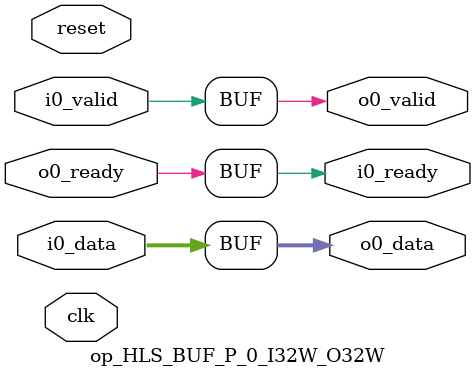
<source format=sv>
module op_HLS_BUF_P_0_I32W_O32W(	// git/chisel-template/src/main/scala/hls_float/hls_float.scala:521:7
  output        i0_ready,	// git/chisel-template/src/main/scala/hls_float/hls_float.scala:524:14
  input         i0_valid,	// git/chisel-template/src/main/scala/hls_float/hls_float.scala:524:14
  input  [31:0] i0_data,	// git/chisel-template/src/main/scala/hls_float/hls_float.scala:524:14
  input         o0_ready,	// git/chisel-template/src/main/scala/hls_float/hls_float.scala:525:14
  output        o0_valid,	// git/chisel-template/src/main/scala/hls_float/hls_float.scala:525:14
  output [31:0] o0_data,	// git/chisel-template/src/main/scala/hls_float/hls_float.scala:525:14
  input         clk,	// git/chisel-template/src/main/scala/hls_float/hls_float.scala:526:15
                reset	// git/chisel-template/src/main/scala/hls_float/hls_float.scala:527:17
);

  assign i0_ready = o0_ready;	// git/chisel-template/src/main/scala/hls_float/hls_float.scala:521:7
  assign o0_valid = i0_valid;	// git/chisel-template/src/main/scala/hls_float/hls_float.scala:521:7
  assign o0_data = i0_data;	// git/chisel-template/src/main/scala/hls_float/hls_float.scala:521:7
endmodule



</source>
